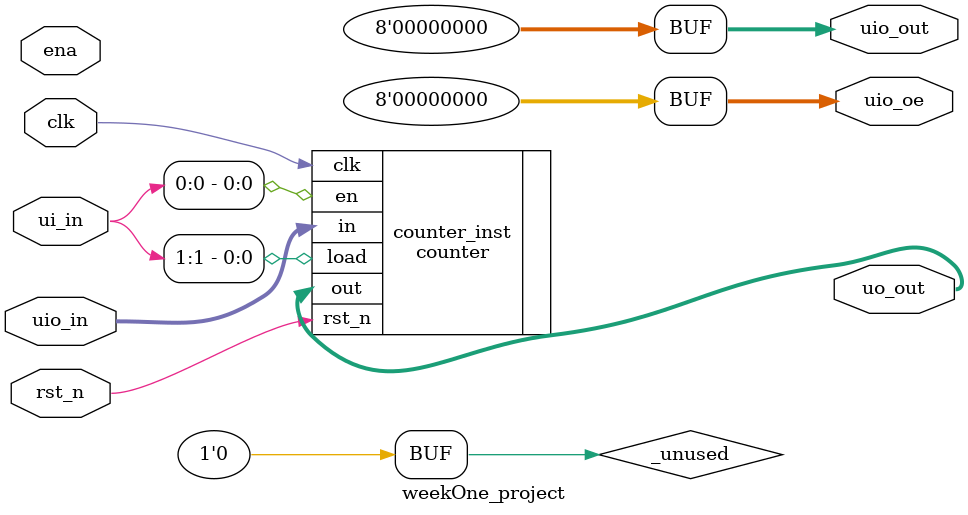
<source format=v>
/*
 * Copyright (c) 2024 Your Name
 * SPDX-License-Identifier: Apache-2.0
 */

`default_nettype none

module weekOne_project (
    input  wire [7:0] ui_in,    // Dedicated inputs
    output wire [7:0] uo_out,   // Dedicated outputs
    input  wire [7:0] uio_in,   // IOs: Input path
    output wire [7:0] uio_out,  // IOs: Output path
    output wire [7:0] uio_oe,   // IOs: Enable path (active high: 0=input, 1=output)
    input  wire       ena,      // always 1 when the design is powered, so you can ignore it
    input  wire       clk,      // clock
    input  wire       rst_n     // reset_n - low to reset
);

  // All output pins must be assigned. If not used, assign to 0.
  //assign uo_out  = ui_in + uio_in;  // Example: ou_out is the sum of ui_in and uio_in
  assign uio_out = 0;
  assign uio_oe  = 0;

  // List all unused inputs to prevent warnings
  wire _unused = &{ena, clk, rst_n, 1'b0};

  counter counter_inst(
    .clk(clk),
    .rst_n(rst_n),
    .load(ui_in[1]),
    .in(uio_in),
    .out(uo_out),
    .en(ui_in[0])
  );

endmodule

</source>
